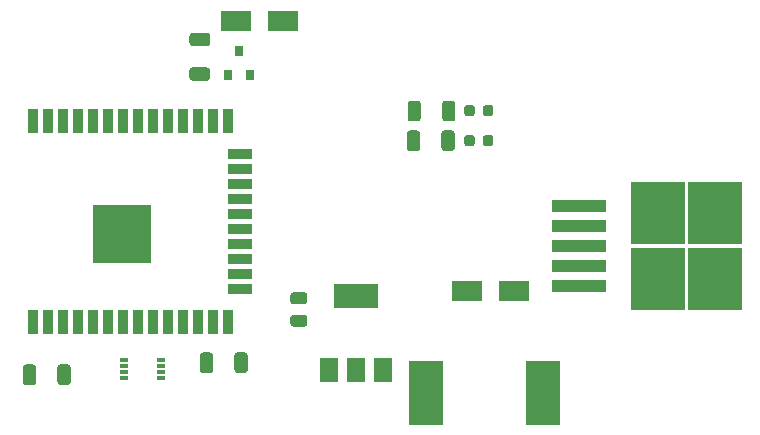
<source format=gbr>
%TF.GenerationSoftware,KiCad,Pcbnew,5.1.9+dfsg1-1*%
%TF.CreationDate,2021-11-11T20:26:25+01:00*%
%TF.ProjectId,lidar_board,6c696461-725f-4626-9f61-72642e6b6963,rev?*%
%TF.SameCoordinates,Original*%
%TF.FileFunction,Paste,Top*%
%TF.FilePolarity,Positive*%
%FSLAX46Y46*%
G04 Gerber Fmt 4.6, Leading zero omitted, Abs format (unit mm)*
G04 Created by KiCad (PCBNEW 5.1.9+dfsg1-1) date 2021-11-11 20:26:25*
%MOMM*%
%LPD*%
G01*
G04 APERTURE LIST*
%ADD10R,2.500000X1.800000*%
%ADD11R,2.900000X5.400000*%
%ADD12R,0.800000X0.900000*%
%ADD13R,4.600000X1.100000*%
%ADD14R,4.550000X5.250000*%
%ADD15R,0.800000X0.300000*%
%ADD16R,3.800000X2.000000*%
%ADD17R,1.500000X2.000000*%
%ADD18R,5.000000X5.000000*%
%ADD19R,0.900000X2.000000*%
%ADD20R,2.000000X0.900000*%
G04 APERTURE END LIST*
%TO.C,C3*%
G36*
G01*
X162339000Y-100724000D02*
X163289000Y-100724000D01*
G75*
G02*
X163539000Y-100974000I0J-250000D01*
G01*
X163539000Y-101474000D01*
G75*
G02*
X163289000Y-101724000I-250000J0D01*
G01*
X162339000Y-101724000D01*
G75*
G02*
X162089000Y-101474000I0J250000D01*
G01*
X162089000Y-100974000D01*
G75*
G02*
X162339000Y-100724000I250000J0D01*
G01*
G37*
G36*
G01*
X162339000Y-102624000D02*
X163289000Y-102624000D01*
G75*
G02*
X163539000Y-102874000I0J-250000D01*
G01*
X163539000Y-103374000D01*
G75*
G02*
X163289000Y-103624000I-250000J0D01*
G01*
X162339000Y-103624000D01*
G75*
G02*
X162089000Y-103374000I0J250000D01*
G01*
X162089000Y-102874000D01*
G75*
G02*
X162339000Y-102624000I250000J0D01*
G01*
G37*
%TD*%
D10*
%TO.C,D1*%
X181070000Y-100584000D03*
X177070000Y-100584000D03*
%TD*%
%TO.C,PWR*%
G36*
G01*
X177704000Y-87627750D02*
X177704000Y-88140250D01*
G75*
G02*
X177485250Y-88359000I-218750J0D01*
G01*
X177047750Y-88359000D01*
G75*
G02*
X176829000Y-88140250I0J218750D01*
G01*
X176829000Y-87627750D01*
G75*
G02*
X177047750Y-87409000I218750J0D01*
G01*
X177485250Y-87409000D01*
G75*
G02*
X177704000Y-87627750I0J-218750D01*
G01*
G37*
G36*
G01*
X179279000Y-87627750D02*
X179279000Y-88140250D01*
G75*
G02*
X179060250Y-88359000I-218750J0D01*
G01*
X178622750Y-88359000D01*
G75*
G02*
X178404000Y-88140250I0J218750D01*
G01*
X178404000Y-87627750D01*
G75*
G02*
X178622750Y-87409000I218750J0D01*
G01*
X179060250Y-87409000D01*
G75*
G02*
X179279000Y-87627750I0J-218750D01*
G01*
G37*
%TD*%
%TO.C,Status*%
G36*
G01*
X179279000Y-85087750D02*
X179279000Y-85600250D01*
G75*
G02*
X179060250Y-85819000I-218750J0D01*
G01*
X178622750Y-85819000D01*
G75*
G02*
X178404000Y-85600250I0J218750D01*
G01*
X178404000Y-85087750D01*
G75*
G02*
X178622750Y-84869000I218750J0D01*
G01*
X179060250Y-84869000D01*
G75*
G02*
X179279000Y-85087750I0J-218750D01*
G01*
G37*
G36*
G01*
X177704000Y-85087750D02*
X177704000Y-85600250D01*
G75*
G02*
X177485250Y-85819000I-218750J0D01*
G01*
X177047750Y-85819000D01*
G75*
G02*
X176829000Y-85600250I0J218750D01*
G01*
X176829000Y-85087750D01*
G75*
G02*
X177047750Y-84869000I218750J0D01*
G01*
X177485250Y-84869000D01*
G75*
G02*
X177704000Y-85087750I0J-218750D01*
G01*
G37*
%TD*%
%TO.C,D4*%
X161512000Y-77724000D03*
X157512000Y-77724000D03*
%TD*%
D11*
%TO.C,L1*%
X173612000Y-109220000D03*
X183512000Y-109220000D03*
%TD*%
D12*
%TO.C,Q1*%
X156784000Y-82280000D03*
X158684000Y-82280000D03*
X157734000Y-80280000D03*
%TD*%
%TO.C,R1*%
G36*
G01*
X158489000Y-106054998D02*
X158489000Y-107305002D01*
G75*
G02*
X158239002Y-107555000I-249998J0D01*
G01*
X157613998Y-107555000D01*
G75*
G02*
X157364000Y-107305002I0J249998D01*
G01*
X157364000Y-106054998D01*
G75*
G02*
X157613998Y-105805000I249998J0D01*
G01*
X158239002Y-105805000D01*
G75*
G02*
X158489000Y-106054998I0J-249998D01*
G01*
G37*
G36*
G01*
X155564000Y-106054998D02*
X155564000Y-107305002D01*
G75*
G02*
X155314002Y-107555000I-249998J0D01*
G01*
X154688998Y-107555000D01*
G75*
G02*
X154439000Y-107305002I0J249998D01*
G01*
X154439000Y-106054998D01*
G75*
G02*
X154688998Y-105805000I249998J0D01*
G01*
X155314002Y-105805000D01*
G75*
G02*
X155564000Y-106054998I0J-249998D01*
G01*
G37*
%TD*%
%TO.C,R2*%
G36*
G01*
X174890000Y-88509002D02*
X174890000Y-87258998D01*
G75*
G02*
X175139998Y-87009000I249998J0D01*
G01*
X175765002Y-87009000D01*
G75*
G02*
X176015000Y-87258998I0J-249998D01*
G01*
X176015000Y-88509002D01*
G75*
G02*
X175765002Y-88759000I-249998J0D01*
G01*
X175139998Y-88759000D01*
G75*
G02*
X174890000Y-88509002I0J249998D01*
G01*
G37*
G36*
G01*
X171965000Y-88509002D02*
X171965000Y-87258998D01*
G75*
G02*
X172214998Y-87009000I249998J0D01*
G01*
X172840002Y-87009000D01*
G75*
G02*
X173090000Y-87258998I0J-249998D01*
G01*
X173090000Y-88509002D01*
G75*
G02*
X172840002Y-88759000I-249998J0D01*
G01*
X172214998Y-88759000D01*
G75*
G02*
X171965000Y-88509002I0J249998D01*
G01*
G37*
%TD*%
%TO.C,R3*%
G36*
G01*
X142378000Y-108321002D02*
X142378000Y-107070998D01*
G75*
G02*
X142627998Y-106821000I249998J0D01*
G01*
X143253002Y-106821000D01*
G75*
G02*
X143503000Y-107070998I0J-249998D01*
G01*
X143503000Y-108321002D01*
G75*
G02*
X143253002Y-108571000I-249998J0D01*
G01*
X142627998Y-108571000D01*
G75*
G02*
X142378000Y-108321002I0J249998D01*
G01*
G37*
G36*
G01*
X139453000Y-108321002D02*
X139453000Y-107070998D01*
G75*
G02*
X139702998Y-106821000I249998J0D01*
G01*
X140328002Y-106821000D01*
G75*
G02*
X140578000Y-107070998I0J-249998D01*
G01*
X140578000Y-108321002D01*
G75*
G02*
X140328002Y-108571000I-249998J0D01*
G01*
X139702998Y-108571000D01*
G75*
G02*
X139453000Y-108321002I0J249998D01*
G01*
G37*
%TD*%
%TO.C,R4*%
G36*
G01*
X172033001Y-86000003D02*
X172033001Y-84749999D01*
G75*
G02*
X172282999Y-84500001I249998J0D01*
G01*
X172908003Y-84500001D01*
G75*
G02*
X173158001Y-84749999I0J-249998D01*
G01*
X173158001Y-86000003D01*
G75*
G02*
X172908003Y-86250001I-249998J0D01*
G01*
X172282999Y-86250001D01*
G75*
G02*
X172033001Y-86000003I0J249998D01*
G01*
G37*
G36*
G01*
X174958001Y-86000003D02*
X174958001Y-84749999D01*
G75*
G02*
X175207999Y-84500001I249998J0D01*
G01*
X175833003Y-84500001D01*
G75*
G02*
X176083001Y-84749999I0J-249998D01*
G01*
X176083001Y-86000003D01*
G75*
G02*
X175833003Y-86250001I-249998J0D01*
G01*
X175207999Y-86250001D01*
G75*
G02*
X174958001Y-86000003I0J249998D01*
G01*
G37*
%TD*%
%TO.C,R5*%
G36*
G01*
X153806998Y-78747000D02*
X155057002Y-78747000D01*
G75*
G02*
X155307000Y-78996998I0J-249998D01*
G01*
X155307000Y-79622002D01*
G75*
G02*
X155057002Y-79872000I-249998J0D01*
G01*
X153806998Y-79872000D01*
G75*
G02*
X153557000Y-79622002I0J249998D01*
G01*
X153557000Y-78996998D01*
G75*
G02*
X153806998Y-78747000I249998J0D01*
G01*
G37*
G36*
G01*
X153806998Y-81672000D02*
X155057002Y-81672000D01*
G75*
G02*
X155307000Y-81921998I0J-249998D01*
G01*
X155307000Y-82547002D01*
G75*
G02*
X155057002Y-82797000I-249998J0D01*
G01*
X153806998Y-82797000D01*
G75*
G02*
X153557000Y-82547002I0J249998D01*
G01*
X153557000Y-81921998D01*
G75*
G02*
X153806998Y-81672000I249998J0D01*
G01*
G37*
%TD*%
D13*
%TO.C,U1*%
X186503000Y-93374000D03*
X186503000Y-95074000D03*
X186503000Y-96774000D03*
X186503000Y-98474000D03*
X186503000Y-100174000D03*
D14*
X198078000Y-99549000D03*
X193228000Y-93999000D03*
X198078000Y-93999000D03*
X193228000Y-99549000D03*
%TD*%
D15*
%TO.C,U2*%
X148056000Y-106438000D03*
X148056000Y-106938000D03*
X148056000Y-107438000D03*
X148056000Y-107938000D03*
X151156000Y-107938000D03*
X151156000Y-107438000D03*
X151156000Y-106938000D03*
X151156000Y-106438000D03*
%TD*%
D16*
%TO.C,U3*%
X167640000Y-100990000D03*
D17*
X167640000Y-107290000D03*
X169940000Y-107290000D03*
X165340000Y-107290000D03*
%TD*%
D18*
%TO.C,U4*%
X147835000Y-95742000D03*
D19*
X140335000Y-103242000D03*
X141605000Y-103242000D03*
X142875000Y-103242000D03*
X144145000Y-103242000D03*
X145415000Y-103242000D03*
X146685000Y-103242000D03*
X147955000Y-103242000D03*
X149225000Y-103242000D03*
X150495000Y-103242000D03*
X151765000Y-103242000D03*
X153035000Y-103242000D03*
X154305000Y-103242000D03*
X155575000Y-103242000D03*
X156845000Y-103242000D03*
D20*
X157845000Y-100457000D03*
X157845000Y-99187000D03*
X157845000Y-97917000D03*
X157845000Y-96647000D03*
X157845000Y-95377000D03*
X157845000Y-94107000D03*
X157845000Y-92837000D03*
X157845000Y-91567000D03*
X157845000Y-90297000D03*
X157845000Y-89027000D03*
D19*
X156845000Y-86242000D03*
X155575000Y-86242000D03*
X154305000Y-86242000D03*
X153035000Y-86242000D03*
X151765000Y-86242000D03*
X150495000Y-86242000D03*
X149225000Y-86242000D03*
X147955000Y-86242000D03*
X146685000Y-86242000D03*
X145415000Y-86242000D03*
X144145000Y-86242000D03*
X142875000Y-86242000D03*
X141605000Y-86242000D03*
X140335000Y-86242000D03*
%TD*%
M02*

</source>
